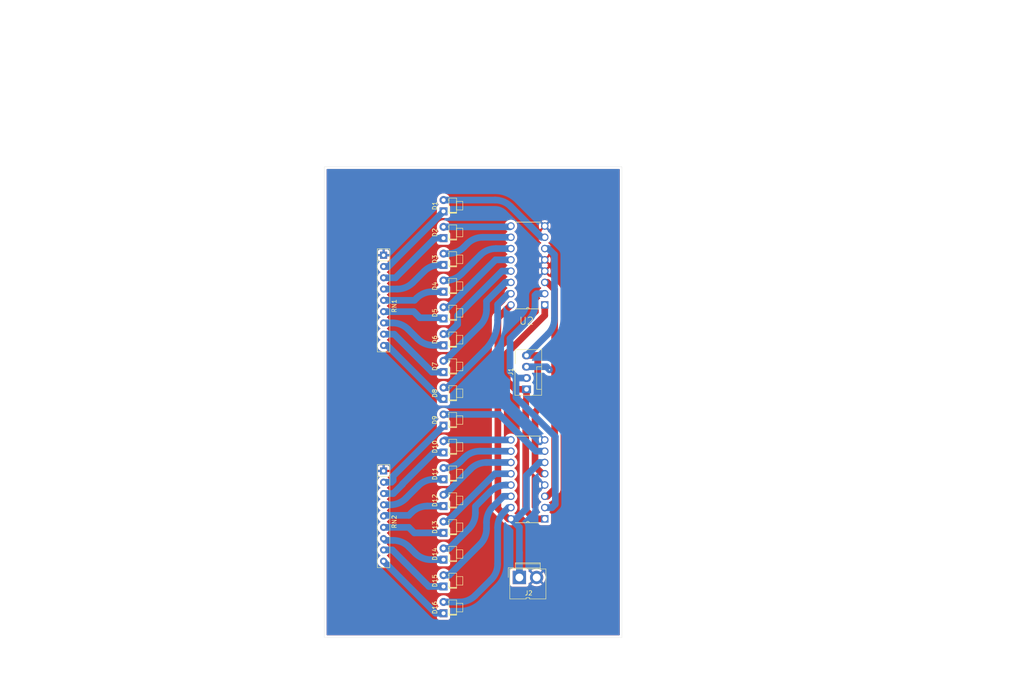
<source format=kicad_pcb>
(kicad_pcb (version 20240108) (generator "pcbnew") (generator_version "8.0")
  (layers (0 "F.Cu" signal) (31 "B.Cu" signal) (36 "B.SilkS" user "B.Silkscreen") (37 "F.SilkS" user "F.Silkscreen") (38 "B.Mask" user) (39 "F.Mask" user) (44 "Edge.Cuts" user))
  (net 0 "")
  (net 1 "Net-(D1-K)")
  (net 2 "Net-(D1-A)")
  (net 3 "Net-(D2-A)")
  (net 4 "Net-(D2-K)")
  (net 5 "Net-(D3-K)")
  (net 6 "Net-(D3-A)")
  (net 7 "Net-(D4-K)")
  (net 8 "Net-(D4-A)")
  (net 9 "Net-(D5-A)")
  (net 10 "Net-(D5-K)")
  (net 11 "Net-(D6-A)")
  (net 12 "Net-(D6-K)")
  (net 13 "Net-(D7-A)")
  (net 14 "Net-(D7-K)")
  (net 15 "Net-(D8-K)")
  (net 16 "Net-(D8-A)")
  (net 17 "Net-(D9-A)")
  (net 18 "Net-(D9-K)")
  (net 19 "Net-(D10-K)")
  (net 20 "Net-(D10-A)")
  (net 21 "Net-(D11-K)")
  (net 22 "Net-(D11-A)")
  (net 23 "Net-(D12-A)")
  (net 24 "Net-(D12-K)")
  (net 25 "Net-(D13-K)")
  (net 26 "Net-(D13-A)")
  (net 27 "Net-(D14-A)")
  (net 28 "Net-(D14-K)")
  (net 29 "Net-(D15-A)")
  (net 30 "Net-(D15-K)")
  (net 31 "Net-(D16-A)")
  (net 32 "Net-(D16-K)")
  (net 33 "Net-(J1-Pin_2)")
  (net 34 "Net-(J1-Pin_3)")
  (net 35 "Net-(J1-Pin_4)")
  (net 36 "Net-(J1-Pin_1)")
  (net 37 "GND")
  (net 38 "VCC")
  (footprint "LED_THT:LED_D1.8mm_W1.8mm_H2.4mm_Horizontal_O1.27mm_Z8.2mm" (layer "F.Cu") (at 144.325 113.8067 90)
    (property "Reference" "D9" (at 1.27 -1.96 90) (layer "F.SilkS"))
    (property "Value" "LED")
    (pad "1" thru_hole rect (at 0 0 90) (size 1.8 1.8) (drill 0.9) (layers "*.Cu" "*.Mask") (net 18 "Net-(D9-K)"))
    (pad "2" thru_hole circle (at 2.54 0 90) (size 1.8 1.8) (drill 0.9) (layers "*.Cu" "*.Mask") (net 17 "Net-(D9-A)"))
  )
  (footprint "LED_THT:LED_D1.8mm_W1.8mm_H2.4mm_Horizontal_O1.27mm_Z8.2mm" (layer "F.Cu") (at 144.325 83.64 90)
    (property "Reference" "D4" (at 1.27 -1.96 90) (layer "F.SilkS"))
    (property "Value" "LED")
    (pad "1" thru_hole rect (at 0 0 90) (size 1.8 1.8) (drill 0.9) (layers "*.Cu" "*.Mask") (net 7 "Net-(D4-K)"))
    (pad "2" thru_hole circle (at 2.54 0 90) (size 1.8 1.8) (drill 0.9) (layers "*.Cu" "*.Mask") (net 8 "Net-(D4-A)"))
  )
  (footprint "LED_THT:LED_D1.8mm_W1.8mm_H2.4mm_Horizontal_O1.27mm_Z8.2mm" (layer "F.Cu") (at 144.325 137.94 90)
    (property "Reference" "D13" (at 1.27 -1.96 90) (layer "F.SilkS"))
    (property "Value" "LED")
    (pad "1" thru_hole rect (at 0 0 90) (size 1.8 1.8) (drill 0.9) (layers "*.Cu" "*.Mask") (net 25 "Net-(D13-K)"))
    (pad "2" thru_hole circle (at 2.54 0 90) (size 1.8 1.8) (drill 0.9) (layers "*.Cu" "*.Mask") (net 26 "Net-(D13-A)"))
  )
  (footprint "LED_THT:LED_D1.8mm_W1.8mm_H2.4mm_Horizontal_O1.27mm_Z8.2mm" (layer "F.Cu") (at 144.325 131.9067 90)
    (property "Reference" "D12" (at 1.27 -1.96 90) (layer "F.SilkS"))
    (property "Value" "LED")
    (pad "1" thru_hole rect (at 0 0 90) (size 1.8 1.8) (drill 0.9) (layers "*.Cu" "*.Mask") (net 24 "Net-(D12-K)"))
    (pad "2" thru_hole circle (at 2.54 0 90) (size 1.8 1.8) (drill 0.9) (layers "*.Cu" "*.Mask") (net 23 "Net-(D12-A)"))
  )
  (footprint "LED_THT:LED_D1.8mm_W1.8mm_H2.4mm_Horizontal_O1.27mm_Z8.2mm" (layer "F.Cu") (at 144.325 156.04 90)
    (property "Reference" "D16" (at 1.27 -1.96 90) (layer "F.SilkS"))
    (property "Value" "LED")
    (pad "1" thru_hole rect (at 0 0 90) (size 1.8 1.8) (drill 0.9) (layers "*.Cu" "*.Mask") (net 32 "Net-(D16-K)"))
    (pad "2" thru_hole circle (at 2.54 0 90) (size 1.8 1.8) (drill 0.9) (layers "*.Cu" "*.Mask") (net 31 "Net-(D16-A)"))
  )
  (footprint "Connector:JWT_A3963_1x02_P3.96mm_Vertical" (layer "F.Cu") (at 161.4025 147.98)
    (property "Reference" "J2" (at 2.0975 3.52 180) (layer "F.SilkS"))
    (property "Value" "Conn_01x02_Pin")
    (pad "1" thru_hole rect (at 0 0) (size 3 3) (drill 1.75) (layers "*.Cu" "*.Mask") (net 38 "VCC"))
    (pad "2" thru_hole circle (at 3.88 0) (size 3 3) (drill 1.75) (layers "*.Cu" "*.Mask") (net 37 "GND"))
  )
  (footprint "LED_THT:LED_D1.8mm_W1.8mm_H2.4mm_Horizontal_O1.27mm_Z8.2mm" (layer "F.Cu") (at 144.325 89.6733 90)
    (property "Reference" "D5" (at 1.27 -1.96 90) (layer "F.SilkS"))
    (property "Value" "LED")
    (pad "1" thru_hole rect (at 0 0 90) (size 1.8 1.8) (drill 0.9) (layers "*.Cu" "*.Mask") (net 10 "Net-(D5-K)"))
    (pad "2" thru_hole circle (at 2.54 0 90) (size 1.8 1.8) (drill 0.9) (layers "*.Cu" "*.Mask") (net 9 "Net-(D5-A)"))
  )
  (footprint "LED_THT:LED_D1.8mm_W1.8mm_H2.4mm_Horizontal_O1.27mm_Z8.2mm" (layer "F.Cu") (at 144.325 119.84 90)
    (property "Reference" "D10" (at 1.27 -1.96 90) (layer "F.SilkS"))
    (property "Value" "LED")
    (pad "1" thru_hole rect (at 0 0 90) (size 1.8 1.8) (drill 0.9) (layers "*.Cu" "*.Mask") (net 19 "Net-(D10-K)"))
    (pad "2" thru_hole circle (at 2.54 0 90) (size 1.8 1.8) (drill 0.9) (layers "*.Cu" "*.Mask") (net 20 "Net-(D10-A)"))
  )
  (footprint "74HC238N:DIP254P762X420-16" (layer "F.Cu") (at 159.5 117.0067 180)
    (property "Reference" "U3" (hide yes))
    (property "Value" "74HC238N")
    (pad "1" thru_hole rect (at -7.62 -17.78 180) (size 1.6764 1.6764) (drill 1.1176) (layers "*.Cu" "*.Mask") (net 36 "Net-(J1-Pin_1)"))
    (pad "2" thru_hole circle (at -7.62 -15.24 180) (size 1.6764 1.6764) (drill 1.1176) (layers "*.Cu" "*.Mask") (net 33 "Net-(J1-Pin_2)"))
    (pad "3" thru_hole circle (at -7.62 -12.7 180) (size 1.6764 1.6764) (drill 1.1176) (layers "*.Cu" "*.Mask") (net 34 "Net-(J1-Pin_3)"))
    (pad "4" thru_hole circle (at -7.62 -10.16 180) (size 1.6764 1.6764) (drill 1.1176) (layers "*.Cu" "*.Mask") (net 37 "GND"))
    (pad "5" thru_hole circle (at -7.62 -7.62 180) (size 1.6764 1.6764) (drill 1.1176) (layers "*.Cu" "*.Mask") (net 35 "Net-(J1-Pin_4)"))
    (pad "6" thru_hole circle (at -7.62 -5.08 180) (size 1.6764 1.6764) (drill 1.1176) (layers "*.Cu" "*.Mask") (net 38 "VCC"))
    (pad "7" thru_hole circle (at -7.62 -2.54 180) (size 1.6764 1.6764) (drill 1.1176) (layers "*.Cu" "*.Mask") (net 17 "Net-(D9-A)"))
    (pad "8" thru_hole circle (at -7.62 0 180) (size 1.6764 1.6764) (drill 1.1176) (layers "*.Cu" "*.Mask") (net 37 "GND"))
    (pad "9" thru_hole circle (at 0 0 180) (size 1.6764 1.6764) (drill 1.1176) (layers "*.Cu" "*.Mask") (net 20 "Net-(D10-A)"))
    (pad "10" thru_hole circle (at 0 -2.54 180) (size 1.6764 1.6764) (drill 1.1176) (layers "*.Cu" "*.Mask") (net 22 "Net-(D11-A)"))
    (pad "11" thru_hole circle (at 0 -5.08 180) (size 1.6764 1.6764) (drill 1.1176) (layers "*.Cu" "*.Mask") (net 23 "Net-(D12-A)"))
    (pad "12" thru_hole circle (at 0 -7.62 180) (size 1.6764 1.6764) (drill 1.1176) (layers "*.Cu" "*.Mask") (net 26 "Net-(D13-A)"))
    (pad "13" thru_hole circle (at 0 -10.16 180) (size 1.6764 1.6764) (drill 1.1176) (layers "*.Cu" "*.Mask") (net 27 "Net-(D14-A)"))
    (pad "14" thru_hole circle (at 0 -12.7 180) (size 1.6764 1.6764) (drill 1.1176) (layers "*.Cu" "*.Mask") (net 29 "Net-(D15-A)"))
    (pad "15" thru_hole circle (at 0 -15.24 180) (size 1.6764 1.6764) (drill 1.1176) (layers "*.Cu" "*.Mask") (net 31 "Net-(D16-A)"))
    (pad "16" thru_hole circle (at 0 -17.78 180) (size 1.6764 1.6764) (drill 1.1176) (layers "*.Cu" "*.Mask") (net 38 "VCC"))
  )
  (footprint "LED_THT:LED_D1.8mm_W1.8mm_H2.4mm_Horizontal_O1.27mm_Z8.2mm" (layer "F.Cu") (at 144.325 143.9733 90)
    (property "Reference" "D14" (at 1.27 -1.96 90) (layer "F.SilkS"))
    (property "Value" "LED")
    (pad "1" thru_hole rect (at 0 0 90) (size 1.8 1.8) (drill 0.9) (layers "*.Cu" "*.Mask") (net 28 "Net-(D14-K)"))
    (pad "2" thru_hole circle (at 2.54 0 90) (size 1.8 1.8) (drill 0.9) (layers "*.Cu" "*.Mask") (net 27 "Net-(D14-A)"))
  )
  (footprint "LED_THT:LED_D1.8mm_W1.8mm_H2.4mm_Horizontal_O1.27mm_Z8.2mm" (layer "F.Cu") (at 144.325 95.7067 90)
    (property "Reference" "D6" (at 1.27 -1.96 90) (layer "F.SilkS"))
    (property "Value" "LED")
    (pad "1" thru_hole rect (at 0 0 90) (size 1.8 1.8) (drill 0.9) (layers "*.Cu" "*.Mask") (net 12 "Net-(D6-K)"))
    (pad "2" thru_hole circle (at 2.54 0 90) (size 1.8 1.8) (drill 0.9) (layers "*.Cu" "*.Mask") (net 11 "Net-(D6-A)"))
  )
  (footprint "Connector:FanPinHeader_1x04_P2.54mm_Vertical" (layer "F.Cu") (at 163.01 105.6133 90)
    (property "Reference" "J1" (at 4 -3.55 90) (layer "F.SilkS"))
    (property "Value" "Conn_01x04_Socket")
    (pad "" np_thru_hole circle (at 5.08 -2.16 180) (size 1.1 1.1) (drill 1.1) (layers "*.Cu" "*.Mask"))
    (pad "1" thru_hole rect (at 0 0 180) (size 2.03 1.73) (drill 1.02) (layers "*.Cu" "*.Mask") (net 36 "Net-(J1-Pin_1)"))
    (pad "2" thru_hole oval (at 2.54 0 180) (size 2.03 1.73) (drill 1.02) (layers "*.Cu" "*.Mask") (net 33 "Net-(J1-Pin_2)"))
    (pad "3" thru_hole oval (at 5.08 0 180) (size 2.03 1.73) (drill 1.02) (layers "*.Cu" "*.Mask") (net 34 "Net-(J1-Pin_3)"))
    (pad "4" thru_hole oval (at 7.62 0 180) (size 2.03 1.73) (drill 1.02) (layers "*.Cu" "*.Mask") (net 35 "Net-(J1-Pin_4)"))
  )
  (footprint "LED_THT:LED_D1.8mm_W1.8mm_H2.4mm_Horizontal_O1.27mm_Z8.2mm" (layer "F.Cu") (at 144.325 107.7733 90)
    (property "Reference" "D8" (at 1.27 -1.96 90) (layer "F.SilkS"))
    (property "Value" "LED")
    (pad "1" thru_hole rect (at 0 0 90) (size 1.8 1.8) (drill 0.9) (layers "*.Cu" "*.Mask") (net 15 "Net-(D8-K)"))
    (pad "2" thru_hole circle (at 2.54 0 90) (size 1.8 1.8) (drill 0.9) (layers "*.Cu" "*.Mask") (net 16 "Net-(D8-A)"))
  )
  (footprint "LED_THT:LED_D1.8mm_W1.8mm_H2.4mm_Horizontal_O1.27mm_Z8.2mm" (layer "F.Cu") (at 144.325 150.0066 90)
    (property "Reference" "D15" (at 1.27 -1.96 90) (layer "F.SilkS"))
    (property "Value" "LED")
    (pad "1" thru_hole rect (at 0 0 90) (size 1.8 1.8) (drill 0.9) (layers "*.Cu" "*.Mask") (net 30 "Net-(D15-K)"))
    (pad "2" thru_hole circle (at 2.54 0 90) (size 1.8 1.8) (drill 0.9) (layers "*.Cu" "*.Mask") (net 29 "Net-(D15-A)"))
  )
  (footprint "LED_THT:LED_D1.8mm_W1.8mm_H2.4mm_Horizontal_O1.27mm_Z8.2mm" (layer "F.Cu") (at 144.325 101.74 90)
    (property "Reference" "D7" (at 1.27 -1.96 90) (layer "F.SilkS"))
    (property "Value" "LED")
    (pad "1" thru_hole rect (at 0 0 90) (size 1.8 1.8) (drill 0.9) (layers "*.Cu" "*.Mask") (net 14 "Net-(D7-K)"))
    (pad "2" thru_hole circle (at 2.54 0 90) (size 1.8 1.8) (drill 0.9) (layers "*.Cu" "*.Mask") (net 13 "Net-(D7-A)"))
  )
  (footprint "LED_THT:LED_D1.8mm_W1.8mm_H2.4mm_Horizontal_O1.27mm_Z8.2mm" (layer "F.Cu") (at 144.325 77.6067 90)
    (property "Reference" "D3" (at 1.27 -1.96 90) (layer "F.SilkS"))
    (property "Value" "LED")
    (pad "1" thru_hole rect (at 0 0 90) (size 1.8 1.8) (drill 0.9) (layers "*.Cu" "*.Mask") (net 5 "Net-(D3-K)"))
    (pad "2" thru_hole circle (at 2.54 0 90) (size 1.8 1.8) (drill 0.9) (layers "*.Cu" "*.Mask") (net 6 "Net-(D3-A)"))
  )
  (footprint "LED_THT:LED_D1.8mm_W1.8mm_H2.4mm_Horizontal_O1.27mm_Z8.2mm" (layer "F.Cu") (at 144.325 125.8733 90)
    (property "Reference" "D11" (at 1.27 -1.96 90) (layer "F.SilkS"))
    (property "Value" "LED")
    (pad "1" thru_hole rect (at 0 0 90) (size 1.8 1.8) (drill 0.9) (layers "*.Cu" "*.Mask") (net 21 "Net-(D11-K)"))
    (pad "2" thru_hole circle (at 2.54 0 90) (size 1.8 1.8) (drill 0.9) (layers "*.Cu" "*.Mask") (net 22 "Net-(D11-A)"))
  )
  (footprint "LED_THT:LED_D1.8mm_W1.8mm_H2.4mm_Horizontal_O1.27mm_Z8.2mm" (layer "F.Cu") (at 144.325 71.5733 90)
    (property "Reference" "D2" (at 1.27 -1.96 90) (layer "F.SilkS"))
    (property "Value" "LED")
    (pad "1" thru_hole rect (at 0 0 90) (size 1.8 1.8) (drill 0.9) (layers "*.Cu" "*.Mask") (net 4 "Net-(D2-K)"))
    (pad "2" thru_hole circle (at 2.54 0 90) (size 1.8 1.8) (drill 0.9) (layers "*.Cu" "*.Mask") (net 3 "Net-(D2-A)"))
  )
  (footprint "74HC238N:DIP254P762X420-16" (layer "F.Cu") (at 159.5 68.84 180)
    (property "Reference" "U2" (at -3.5136 -21.39 0) (layer "F.SilkS") (effects (font (size 1.640866 1.640866))))
    (property "Value" "74HC238N")
    (pad "1" thru_hole rect (at -7.62 -17.78 180) (size 1.6764 1.6764) (drill 1.1176) (layers "*.Cu" "*.Mask") (net 36 "Net-(J1-Pin_1)"))
    (pad "2" thru_hole circle (at -7.62 -15.24 180) (size 1.6764 1.6764) (drill 1.1176) (layers "*.Cu" "*.Mask") (net 33 "Net-(J1-Pin_2)"))
    (pad "3" thru_hole circle (at -7.62 -12.7 180) (size 1.6764 1.6764) (drill 1.1176) (layers "*.Cu" "*.Mask") (net 34 "Net-(J1-Pin_3)"))
    (pad "4" thru_hole circle (at -7.62 -10.16 180) (size 1.6764 1.6764) (drill 1.1176) (layers "*.Cu" "*.Mask") (net 37 "GND"))
    (pad "5" thru_hole circle (at -7.62 -7.62 180) (size 1.6764 1.6764) (drill 1.1176) (layers "*.Cu" "*.Mask") (net 37 "GND"))
    (pad "6" thru_hole circle (at -7.62 -5.08 180) (size 1.6764 1.6764) (drill 1.1176) (layers "*.Cu" "*.Mask") (net 35 "Net-(J1-Pin_4)"))
    (pad "7" thru_hole circle (at -7.62 -2.54 180) (size 1.6764 1.6764) (drill 1.1176) (layers "*.Cu" "*.Mask") (net 2 "Net-(D1-A)"))
    (pad "8" thru_hole circle (at -7.62 0 180) (size 1.6764 1.6764) (drill 1.1176) (layers "*.Cu" "*.Mask") (net 37 "GND"))
    (pad "9" thru_hole circle (at 0 0 180) (size 1.6764 1.6764) (drill 1.1176) (layers "*.Cu" "*.Mask") (net 3 "Net-(D2-A)"))
    (pad "10" thru_hole circle (at 0 -2.54 180) (size 1.6764 1.6764) (drill 1.1176) (layers "*.Cu" "*.Mask") (net 6 "Net-(D3-A)"))
    (pad "11" thru_hole circle (at 0 -5.08 180) (size 1.6764 1.6764) (drill 1.1176) (layers "*.Cu" "*.Mask") (net 8 "Net-(D4-A)"))
    (pad "12" thru_hole circle (at 0 -7.62 180) (size 1.6764 1.6764) (drill 1.1176) (layers "*.Cu" "*.Mask") (net 9 "Net-(D5-A)"))
    (pad "13" thru_hole circle (at 0 -10.16 180) (size 1.6764 1.6764) (drill 1.1176) (layers "*.Cu" "*.Mask") (net 11 "Net-(D6-A)"))
    (pad "14" thru_hole circle (at 0 -12.7 180) (size 1.6764 1.6764) (drill 1.1176) (layers "*.Cu" "*.Mask") (net 13 "Net-(D7-A)"))
    (pad "15" thru_hole circle (at 0 -15.24 180) (size 1.6764 1.6764) (drill 1.1176) (layers "*.Cu" "*.Mask") (net 16 "Net-(D8-A)"))
    (pad "16" thru_hole circle (at 0 -17.78 180) (size 1.6764 1.6764) (drill 1.1176) (layers "*.Cu" "*.Mask") (net 38 "VCC"))
  )
  (footprint "Resistor_THT:R_Array_SIP9" (layer "F.Cu") (at 130.825 124 -90)
    (property "Reference" "RN2" (at 11.43 -2.4 90) (layer "F.SilkS"))
    (property "Value" "R_Network08")
    (pad "1" thru_hole rect (at 0 0 270) (size 1.6 1.6) (drill 0.8) (layers "*.Cu" "*.Mask") (net 37 "GND"))
    (pad "2" thru_hole oval (at 2.54 0 270) (size 1.6 1.6) (drill 0.8) (layers "*.Cu" "*.Mask") (net 18 "Net-(D9-K)"))
    (pad "3" thru_hole oval (at 5.08 0 270) (size 1.6 1.6) (drill 0.8) (layers "*.Cu" "*.Mask") (net 19 "Net-(D10-K)"))
    (pad "4" thru_hole oval (at 7.62 0 270) (size 1.6 1.6) (drill 0.8) (layers "*.Cu" "*.Mask") (net 21 "Net-(D11-K)"))
    (pad "5" thru_hole oval (at 10.16 0 270) (size 1.6 1.6) (drill 0.8) (layers "*.Cu" "*.Mask") (net 24 "Net-(D12-K)"))
    (pad "6" thru_hole oval (at 12.7 0 270) (size 1.6 1.6) (drill 0.8) (layers "*.Cu" "*.Mask") (net 25 "Net-(D13-K)"))
    (pad "7" thru_hole oval (at 15.24 0 270) (size 1.6 1.6) (drill 0.8) (layers "*.Cu" "*.Mask") (net 28 "Net-(D14-K)"))
    (pad "8" thru_hole oval (at 17.78 0 270) (size 1.6 1.6) (drill 0.8) (layers "*.Cu" "*.Mask") (net 30 "Net-(D15-K)"))
    (pad "9" thru_hole oval (at 20.32 0 270) (size 1.6 1.6) (drill 0.8) (layers "*.Cu" "*.Mask") (net 32 "Net-(D16-K)"))
  )
  (footprint "Resistor_THT:R_Array_SIP9" (layer "F.Cu") (at 130.825 75.42 -90)
    (property "Reference" "RN1" (at 11.43 -2.4 90) (layer "F.SilkS"))
    (property "Value" "R_Network08")
    (pad "1" thru_hole rect (at 0 0 270) (size 1.6 1.6) (drill 0.8) (layers "*.Cu" "*.Mask") (net 37 "GND"))
    (pad "2" thru_hole oval (at 2.54 0 270) (size 1.6 1.6) (drill 0.8) (layers "*.Cu" "*.Mask") (net 1 "Net-(D1-K)"))
    (pad "3" thru_hole oval (at 5.08 0 270) (size 1.6 1.6) (drill 0.8) (layers "*.Cu" "*.Mask") (net 4 "Net-(D2-K)"))
    (pad "4" thru_hole oval (at 7.62 0 270) (size 1.6 1.6) (drill 0.8) (layers "*.Cu" "*.Mask") (net 5 "Net-(D3-K)"))
    (pad "5" thru_hole oval (at 10.16 0 270) (size 1.6 1.6) (drill 0.8) (layers "*.Cu" "*.Mask") (net 7 "Net-(D4-K)"))
    (pad "6" thru_hole oval (at 12.7 0 270) (size 1.6 1.6) (drill 0.8) (layers "*.Cu" "*.Mask") (net 10 "Net-(D5-K)"))
    (pad "7" thru_hole oval (at 15.24 0 270) (size 1.6 1.6) (drill 0.8) (layers "*.Cu" "*.Mask") (net 12 "Net-(D6-K)"))
    (pad "8" thru_hole oval (at 17.78 0 270) (size 1.6 1.6) (drill 0.8) (layers "*.Cu" "*.Mask") (net 14 "Net-(D7-K)"))
    (pad "9" thru_hole oval (at 20.32 0 270) (size 1.6 1.6) (drill 0.8) (layers "*.Cu" "*.Mask") (net 15 "Net-(D8-K)"))
  )
  (footprint "LED_THT:LED_D1.8mm_W1.8mm_H2.4mm_Horizontal_O1.27mm_Z8.2mm" (layer "F.Cu") (at 144.325 65.54 90)
    (property "Reference" "D1" (at 1.27 -1.96 90) (layer "F.SilkS"))
    (property "Value" "LED")
    (pad "1" thru_hole rect (at 0 0 90) (size 1.8 1.8) (drill 0.9) (layers "*.Cu" "*.Mask") (net 1 "Net-(D1-K)"))
    (pad "2" thru_hole circle (at 2.54 0 90) (size 1.8 1.8) (drill 0.9) (layers "*.Cu" "*.Mask") (net 2 "Net-(D1-A)"))
  )
  (gr_rect (start 117.5 55.5) (end 184.5 161.5) (stroke (width 0.05)) (fill none) (layer "Edge.Cuts"))
  (segment (start 131.905 77.96) (end 130.825 77.96) (width 1.5) (layer "B.Cu") (net 1))
  (segment (start 144.325 65.54) (end 131.905 77.96) (width 1.5) (layer "B.Cu") (net 1))
  (segment (start 166.38 71.38) (end 167.12 71.38) (width 1.5) (layer "B.Cu") (net 2))
  (segment (start 144.325 63) (end 155.928932 63) (width 1.5) (layer "B.Cu") (net 2))
  (segment (start 159.464466 64.464466) (end 166.38 71.38) (width 1.5) (layer "B.Cu") (net 2))
  (arc (start 155.928932 63) (mid 157.842349 63.380602) (end 159.464466 64.464466) (width 1.5) (layer "B.Cu") (net 2))
  (segment (start 159.307 69.0333) (end 159.5 68.84) (width 1.5) (layer "B.Cu") (net 3))
  (segment (start 144.325 69.0333) (end 159.307 69.0333) (width 1.5) (layer "B.Cu") (net 3))
  (segment (start 142.427 71.5733) (end 133.5 80.5) (width 1.5) (layer "B.Cu") (net 4))
  (segment (start 144.325 71.5733) (end 142.427 71.5733) (width 1.5) (layer "B.Cu") (net 4))
  (segment (start 133.5 80.5) (end 130.825 80.5) (width 1.5) (layer "B.Cu") (net 4))
  (segment (start 133.888851 83.04) (end 130.825 83.04) (width 1.5) (layer "B.Cu") (net 5))
  (segment (start 139.928517 79.071263) (end 137.424483 81.575436) (width 1.5) (layer "B.Cu") (net 5))
  (segment (start 144.325 77.6067) (end 143.464149 77.6067) (width 1.5) (layer "B.Cu") (net 5))
  (arc (start 143.464149 77.6067) (mid 141.550668 77.987329) (end 139.928517 79.071263) (width 1.5) (layer "B.Cu") (net 5))
  (arc (start 133.888851 83.04) (mid 135.802332 82.659371) (end 137.424483 81.575436) (width 1.5) (layer "B.Cu") (net 5))
  (segment (start 153.190949 71.38) (end 159.5 71.38) (width 1.5) (layer "B.Cu") (net 6))
  (segment (start 144.325 75.0667) (end 145.362051 75.0667) (width 1.5) (layer "B.Cu") (net 6))
  (segment (start 148.897441 73.602378) (end 149.655559 72.844322) (width 1.5) (layer "B.Cu") (net 6))
  (arc (start 153.190949 71.38) (mid 151.277626 71.760563) (end 149.655559 72.844322) (width 1.5) (layer "B.Cu") (net 6))
  (arc (start 145.362051 75.0667) (mid 147.275374 74.686137) (end 148.897441 73.602378) (width 1.5) (layer "B.Cu") (net 6))
  (segment (start 138.251534 85.104466) (end 137.776 85.58) (width 1.5) (layer "B.Cu") (net 7))
  (segment (start 137.776 85.58) (end 130.825 85.58) (width 1.5) (layer "B.Cu") (net 7))
  (segment (start 144.325 83.64) (end 141.787068 83.64) (width 1.5) (layer "B.Cu") (net 7))
  (arc (start 138.251534 85.104466) (mid 139.873651 84.020602) (end 141.787068 83.64) (width 1.5) (layer "B.Cu") (net 7))
  (segment (start 156.151068 73.92) (end 159.5 73.92) (width 1.5) (layer "B.Cu") (net 8))
  (segment (start 144.325 81.1) (end 144.828932 81.1) (width 1.5) (layer "B.Cu") (net 8))
  (segment (start 148.364466 79.635534) (end 152.615534 75.384466) (width 1.5) (layer "B.Cu") (net 8))
  (arc (start 156.151068 73.92) (mid 154.237651 74.300602) (end 152.615534 75.384466) (width 1.5) (layer "B.Cu") (net 8))
  (arc (start 148.364466 79.635534) (mid 146.742349 80.719398) (end 144.828932 81.1) (width 1.5) (layer "B.Cu") (net 8))
  (segment (start 156.04 76.46) (end 159.5 76.46) (width 1.5) (layer "B.Cu") (net 9))
  (segment (start 145.367 87.1333) (end 156.04 76.46) (width 1.5) (layer "B.Cu") (net 9))
  (segment (start 144.325 87.1333) (end 145.367 87.1333) (width 1.5) (layer "B.Cu") (net 9))
  (segment (start 144.325 89.6733) (end 144.152 89.5) (width 1.5) (layer "B.Cu") (net 10))
  (segment (start 137.62 88.12) (end 130.825 88.12) (width 1.5) (layer "B.Cu") (net 10))
  (segment (start 144.152 89.5) (end 139 89.5) (width 1.5) (layer "B.Cu") (net 10))
  (segment (start 139 89.5) (end 137.62 88.12) (width 1.5) (layer "B.Cu") (net 10))
  (segment (start 157.5 79) (end 159.5 79) (width 1.5) (layer "B.Cu") (net 11))
  (segment (start 147.5 90.9983) (end 147.5 89) (width 1.5) (layer "B.Cu") (net 11))
  (segment (start 147.5 89) (end 157.5 79) (width 1.5) (layer "B.Cu") (net 11))
  (segment (start 145.3316 93.1667) (end 147.5 90.9983) (width 1.5) (layer "B.Cu") (net 11))
  (segment (start 144.325 93.1667) (end 145.3316 93.1667) (width 1.5) (layer "B.Cu") (net 11))
  (segment (start 132.840729 90.66) (end 130.825 90.66) (width 1.5) (layer "B.Cu") (net 12))
  (segment (start 144.325 95.7067) (end 142.029271 95.7067) (width 1.5) (layer "B.Cu") (net 12))
  (segment (start 138.493492 94.241989) (end 136.376508 92.124711) (width 1.5) (layer "B.Cu") (net 12))
  (arc (start 136.376508 92.124711) (mid 134.754306 91.040669) (end 132.840729 90.66) (width 1.5) (layer "B.Cu") (net 12))
  (arc (start 142.029271 95.7067) (mid 140.115694 95.326031) (end 138.493492 94.241989) (width 1.5) (layer "B.Cu") (net 12))
  (segment (start 158.237932 81.54) (end 159.5 81.54) (width 1.5) (layer "B.Cu") (net 13))
  (segment (start 144.55 99.2) (end 152.535534 91.214466) (width 1.5) (layer "B.Cu") (net 13))
  (segment (start 154 87.678932) (end 154 85.777932) (width 1.5) (layer "B.Cu") (net 13))
  (segment (start 144.325 99.2) (end 144.55 99.2) (width 1.5) (layer "B.Cu") (net 13))
  (segment (start 154 85.777932) (end 158.237932 81.54) (width 1.5) (layer "B.Cu") (net 13))
  (arc (start 152.535534 91.214466) (mid 153.619398 89.592349) (end 154 87.678932) (width 1.5) (layer "B.Cu") (net 13))
  (segment (start 141.74 101.74) (end 133.2 93.2) (width 1.5) (layer "B.Cu") (net 14))
  (segment (start 144.325 101.74) (end 141.74 101.74) (width 1.5) (layer "B.Cu") (net 14))
  (segment (start 133.2 93.2) (end 130.825 93.2) (width 1.5) (layer "B.Cu") (net 14))
  (segment (start 144.3247 107.773) (end 144.325 107.7733) (width 1.5) (layer "B.Cu") (net 15))
  (segment (start 143.683 107.773) (end 131.65 95.74) (width 1.5) (layer "B.Cu") (net 15))
  (segment (start 131.65 95.74) (end 130.825 95.74) (width 1.5) (layer "B.Cu") (net 15))
  (segment (start 144.325 107.773) (end 144.3247 107.773) (width 1.5) (layer "B.Cu") (net 15))
  (segment (start 144.3247 107.773) (end 143.683 107.773) (width 1.5) (layer "B.Cu") (net 15))
  (segment (start 144.3253 105.233) (end 144.325 105.2333) (width 1.5) (layer "B.Cu") (net 16))
  (segment (start 156.500013 86.524987) (end 158.945 84.08) (width 1.5) (layer "B.Cu") (net 16))
  (segment (start 156.499991 90.041514) (end 156.500013 86.524987) (width 1.5) (layer "B.Cu") (net 16))
  (segment (start 144.325 105.233) (end 144.3253 105.233) (width 1.5) (layer "B.Cu") (net 16))
  (segment (start 144.3253 105.233) (end 145.182 105.233) (width 1.5) (layer "B.Cu") (net 16))
  (segment (start 145.182 105.233) (end 153.760976 96.654024) (width 1.5) (layer "B.Cu") (net 16))
  (segment (start 158.945 84.08) (end 159.5 84.08) (width 1.5) (layer "B.Cu") (net 16))
  (arc (start 153.760976 96.654024) (mid 155.788133 93.620179) (end 156.499991 90.041514) (width 1.5) (layer "B.Cu") (net 16))
  (segment (start 167.1197 119.547) (end 167.12 119.547) (width 1.5) (layer "B.Cu") (net 17))
  (segment (start 144.3253 111.267) (end 156.855 111.267) (width 1.5) (layer "B.Cu") (net 17))
  (segment (start 167.1197 119.547) (end 167.12 119.5467) (width 1.5) (layer "B.Cu") (net 17))
  (segment (start 165.135 119.547) (end 167.1197 119.547) (width 1.5) (layer "B.Cu") (net 17))
  (segment (start 156.855 111.267) (end 165.135 119.547) (width 1.5) (layer "B.Cu") (net 17))
  (segment (start 144.325 111.267) (end 144.3253 111.267) (width 1.5) (layer "B.Cu") (net 17))
  (segment (start 144.3253 111.267) (end 144.325 111.2667) (width 1.5) (layer "B.Cu") (net 17))
  (segment (start 130.825 126.54) (end 132.585 126.54) (width 1.5) (layer "B.Cu") (net 18))
  (segment (start 132.975 126.15) (end 132.975 125.1567) (width 1.5) (layer "B.Cu") (net 18))
  (segment (start 132.975 125.1567) (end 144.325 113.8067) (width 1.5) (layer "B.Cu") (net 18))
  (segment (start 132.585 126.54) (end 132.975 126.15) (width 1.5) (layer "B.Cu") (net 18))
  (segment (start 130.825 129.08) (end 133.015 129.08) (width 1.5) (layer "B.Cu") (net 19))
  (segment (start 135.075 127.02) (end 135.075 126.925) (width 1.5) (layer "B.Cu") (net 19))
  (segment (start 142.16 119.84) (end 144.325 119.84) (width 1.5) (layer "B.Cu") (net 19))
  (segment (start 135.075 126.925) (end 142.16 119.84) (width 1.5) (layer "B.Cu") (net 19))
  (segment (start 133.015 129.08) (end 135.075 127.02) (width 1.5) (layer "B.Cu") (net 19))
  (segment (start 159.4997 117.007) (end 144.618 117.007) (width 1.5) (layer "B.Cu") (net 20))
  (segment (start 159.4997 117.007) (end 159.5 117.0067) (width 1.5) (layer "B.Cu") (net 20))
  (segment (start 144.618 117.007) (end 144.325 117.3) (width 1.5) (layer "B.Cu") (net 20))
  (segment (start 159.5 117.007) (end 159.4997 117.007) (width 1.5) (layer "B.Cu") (net 20))
  (segment (start 138.662534 127.337466) (end 135.844466 130.155534) (width 1.5) (layer "B.Cu") (net 21))
  (segment (start 144.3247 125.873) (end 142.198068 125.873) (width 1.5) (layer "B.Cu") (net 21))
  (segment (start 144.3247 125.873) (end 144.325 125.8733) (width 1.5) (layer "B.Cu") (net 21))
  (segment (start 144.325 125.873) (end 144.3247 125.873) (width 1.5) (layer "B.Cu") (net 21))
  (segment (start 132.308932 131.62) (end 130.825 131.62) (width 1.5) (layer "B.Cu") (net 21))
  (arc (start 132.308932 131.62) (mid 134.222349 131.239398) (end 135.844466 130.155534) (width 1.5) (layer "B.Cu") (net 21))
  (arc (start 142.198068 125.873) (mid 140.284651 126.253602) (end 138.662534 127.337466) (width 1.5) (layer "B.Cu") (net 21))
  (segment (start 144.595932 123.333) (end 144.3253 123.333) (width 1.5) (layer "B.Cu") (net 22))
  (segment (start 159.4997 119.547) (end 152.524068 119.547) (width 1.5) (layer "B.Cu") (net 22))
  (segment (start 159.5 119.547) (end 159.4997 119.547) (width 1.5) (layer "B.Cu") (net 22))
  (segment (start 148.988534 121.011466) (end 148.131466 121.868534) (width 1.5) (layer "B.Cu") (net 22))
  (segment (start 159.4997 119.547) (end 159.5 119.5467) (width 1.5) (layer "B.Cu") (net 22))
  (segment (start 144.3253 123.333) (end 144.325 123.3333) (width 1.5) (layer "B.Cu") (net 22))
  (segment (start 144.3253 123.333) (end 144.325 123.333) (width 1.5) (layer "B.Cu") (net 22))
  (arc (start 152.524068 119.547) (mid 150.610651 119.927602) (end 148.988534 121.011466) (width 1.5) (layer "B.Cu") (net 22))
  (arc (start 148.131466 121.868534) (mid 146.509349 122.952398) (end 144.595932 123.333) (width 1.5) (layer "B.Cu") (net 22))
  (segment (start 159.4997 122.087) (end 159.5 122.0867) (width 1.5) (layer "B.Cu") (net 23))
  (segment (start 144.3253 129.367) (end 144.325 129.367) (width 1.5) (layer "B.Cu") (net 23))
  (segment (start 150.448534 123.551466) (end 144.633 129.367) (width 1.5) (layer "B.Cu") (net 23))
  (segment (start 144.3253 129.367) (end 144.325 129.3667) (width 1.5) (layer "B.Cu") (net 23))
  (segment (start 159.5 122.087) (end 159.4997 122.087) (width 1.5) (layer "B.Cu") (net 23))
  (segment (start 159.4997 122.087) (end 153.984068 122.087) (width 1.5) (layer "B.Cu") (net 23))
  (segment (start 144.633 129.367) (end 144.3253 129.367) (width 1.5) (layer "B.Cu") (net 23))
  (arc (start 150.448534 123.551466) (mid 152.070651 122.467602) (end 153.984068 122.087) (width 1.5) (layer "B.Cu") (net 23))
  (segment (start 144.3247 131.907) (end 140.664068 131.907) (width 1.5) (layer "B.Cu") (net 24))
  (segment (start 130.985 134) (end 130.825 134.16) (width 1.5) (layer "B.Cu") (net 24))
  (segment (start 144.3247 131.907) (end 144.325 131.9067) (width 1.5) (layer "B.Cu") (net 24))
  (segment (start 136.5 134) (end 130.985 134) (width 1.5) (layer "B.Cu") (net 24))
  (segment (start 144.325 131.907) (end 144.3247 131.907) (width 1.5) (layer "B.Cu") (net 24))
  (segment (start 137.128534 133.371466) (end 136.5 134) (width 1.5) (layer "B.Cu") (net 24))
  (arc (start 137.128534 133.371466) (mid 138.750651 132.287602) (end 140.664068 131.907) (width 1.5) (layer "B.Cu") (net 24))
  (segment (start 137.74 137.94) (end 144.325 137.94) (width 1.5) (layer "B.Cu") (net 25))
  (segment (start 130.825 136.7) (end 136.5 136.7) (width 1.5) (layer "B.Cu") (net 25))
  (segment (start 136.5 136.7) (end 137.74 137.94) (width 1.5) (layer "B.Cu") (net 25))
  (segment (start 145.130152 135.4) (end 155.903152 124.627) (width 1.5) (layer "B.Cu") (net 26))
  (segment (start 159.4997 124.627) (end 159.5 124.627) (width 1.5) (layer "B.Cu") (net 26))
  (segment (start 144.325 135.4) (end 145.130152 135.4) (width 1.5) (layer "B.Cu") (net 26))
  (segment (start 155.903152 124.627) (end 159.4997 124.627) (width 1.5) (layer "B.Cu") (net 26))
  (segment (start 159.4997 124.627) (end 159.5 124.6267) (width 1.5) (layer "B.Cu") (net 26))
  (segment (start 159.4997 127.167) (end 159.5 127.167) (width 1.5) (layer "B.Cu") (net 27))
  (segment (start 144.3253 141.433) (end 144.325 141.4333) (width 1.5) (layer "B.Cu") (net 27))
  (segment (start 151.5 133.459932) (end 151.5 132) (width 1.5) (layer "B.Cu") (net 27))
  (segment (start 144.3253 141.433) (end 145.598 141.433) (width 1.5) (layer "B.Cu") (net 27))
  (segment (start 159.4997 127.167) (end 159.5 127.1667) (width 1.5) (layer "B.Cu") (net 27))
  (segment (start 151.5 132) (end 154.868534 128.631466) (width 1.5) (layer "B.Cu") (net 27))
  (segment (start 144.325 141.433) (end 144.3253 141.433) (width 1.5) (layer "B.Cu") (net 27))
  (segment (start 158.404068 127.167) (end 159.4997 127.167) (width 1.5) (layer "B.Cu") (net 27))
  (segment (start 145.598 141.433) (end 150.035534 136.995466) (width 1.5) (layer "B.Cu") (net 27))
  (arc (start 150.035534 136.995466) (mid 151.119398 135.373349) (end 151.5 133.459932) (width 1.5) (layer "B.Cu") (net 27))
  (arc (start 158.404068 127.167) (mid 156.490651 127.547602) (end 154.868534 128.631466) (width 1.5) (layer "B.Cu") (net 27))
  (segment (start 132.987932 139.63) (end 131.215 139.63) (width 1.5) (layer "B.Cu") (net 28))
  (segment (start 137.937534 142.508534) (end 136.523466 141.094466) (width 1.5) (layer "B.Cu") (net 28))
  (segment (start 144.3247 143.973) (end 141.473068 143.973) (width 1.5) (layer "B.Cu") (net 28))
  (segment (start 144.3247 143.973) (end 144.325 143.9733) (width 1.5) (layer "B.Cu") (net 28))
  (segment (start 131.215 139.63) (end 130.825 139.24) (width 1.5) (layer "B.Cu") (net 28))
  (segment (start 144.325 143.973) (end 144.3247 143.973) (width 1.5) (layer "B.Cu") (net 28))
  (arc (start 132.987932 139.63) (mid 134.901349 140.010602) (end 136.523466 141.094466) (width 1.5) (layer "B.Cu") (net 28))
  (arc (start 141.473068 143.973) (mid 139.559651 143.592398) (end 137.937534 142.508534) (width 1.5) (layer "B.Cu") (net 28))
  (segment (start 144.325 147.467) (end 144.3254 147.467) (width 1.5) (layer "B.Cu") (net 29))
  (segment (start 145.598 147.467) (end 152.535745 140.52843) (width 1.5) (layer "B.Cu") (net 29))
  (segment (start 154 136.993106) (end 154 135.571068) (width 1.5) (layer "B.Cu") (net 29))
  (segment (start 157.793 129.707) (end 159.4997 129.707) (width 1.5) (layer "B.Cu") (net 29))
  (segment (start 144.3254 147.467) (end 145.598 147.467) (width 1.5) (layer "B.Cu") (net 29))
  (segment (start 155.464466 132.035534) (end 157.793 129.707) (width 1.5) (layer "B.Cu") (net 29))
  (segment (start 159.4997 129.707) (end 159.5 129.707) (width 1.5) (layer "B.Cu") (net 29))
  (segment (start 144.3254 147.467) (end 144.325 147.4666) (width 1.5) (layer "B.Cu") (net 29))
  (segment (start 159.4997 129.707) (end 159.5 129.7067) (width 1.5) (layer "B.Cu") (net 29))
  (arc (start 152.535745 140.52843) (mid 153.619455 138.906386) (end 154 136.993106) (width 1.5) (layer "B.Cu") (net 29))
  (arc (start 154 135.571068) (mid 154.380602 133.657651) (end 155.464466 132.035534) (width 1.5) (layer "B.Cu") (net 29))
  (segment (start 144.3246 150.007) (end 141.007 150.007) (width 1.5) (layer "B.Cu") (net 30))
  (segment (start 144.3246 150.007) (end 144.325 150.0066) (width 1.5) (layer "B.Cu") (net 30))
  (segment (start 144.325 150.007) (end 144.3246 150.007) (width 1.5) (layer "B.Cu") (net 30))
  (segment (start 132.78 141.78) (end 130.825 141.78) (width 1.5) (layer "B.Cu") (net 30))
  (segment (start 141.007 150.007) (end 132.78 141.78) (width 1.5) (layer "B.Cu") (net 30))
  (segment (start 159.5 132.247) (end 159.4997 132.247) (width 1.5) (layer "B.Cu") (net 31))
  (segment (start 159.4997 132.247) (end 159.5 132.2467) (width 1.5) (layer "B.Cu") (net 31))
  (segment (start 155.035534 148.464466) (end 151.464466 152.035534) (width 1.5) (layer "B.Cu") (net 31))
  (segment (start 147.928932 153.5) (end 144.325 153.5) (width 1.5) (layer "B.Cu") (net 31))
  (segment (start 158.945 132.247) (end 157.964466 133.227534) (width 1.5) (layer "B.Cu") (net 31))
  (segment (start 156.5 136.763068) (end 156.5 144.928932) (width 1.5) (layer "B.Cu") (net 31))
  (segment (start 159.4997 132.247) (end 158.945 132.247) (width 1.5) (layer "B.Cu") (net 31))
  (arc (start 157.964466 133.227534) (mid 156.880602 134.849651) (end 156.5 136.763068) (width 1.5) (layer "B.Cu") (net 31))
  (arc (start 147.928932 153.5) (mid 149.842349 153.119398) (end 151.464466 152.035534) (width 1.5) (layer "B.Cu") (net 31))
  (arc (start 156.5 144.928932) (mid 156.119398 146.842349) (end 155.035534 148.464466) (width 1.5) (layer "B.Cu") (net 31))
  (segment (start 144.325 156.04) (end 142.545 156.04) (width 1.5) (layer "B.Cu") (net 32))
  (segment (start 142.545 156.04) (end 130.825 144.32) (width 1.5) (layer "B.Cu") (net 32))
  (segment (start 167.1203 132.247) (end 167.12 132.247) (width 1.5) (layer "B.Cu") (net 33))
  (segment (start 168.753 132.247) (end 167.1203 132.247) (width 1.5) (layer "B.Cu") (net 33))
  (segment (start 169.5 131.5) (end 168.753 132.247) (width 1.5) (layer "B.Cu") (net 33))
  (segment (start 160.645 103.223) (end 160.645 107.437) (width 1.5) (layer "B.Cu") (net 33))
  (segment (start 163.0097 103.073) (end 160.795 103.073) (width 1.5) (layer "B.Cu") (net 33))
  (segment (start 160.795 103.073) (end 159.3 101.578) (width 1.5) (layer "B.Cu") (net 33))
  (segment (start 160.795 103.073) (end 160.645 103.223) (width 1.5) (layer "B.Cu") (net 33))
  (segment (start 159.3 101.578) (end 159.3 94.2) (width 1.5) (layer "B.Cu") (net 33))
  (segment (start 164.932 84.4318) (end 165.284 84.08) (width 1.5) (layer "B.Cu") (net 33))
  (segment (start 160.645 107.437) (end 169.5 116.292) (width 1.5) (layer "B.Cu") (net 33))
  (segment (start 165.284 84.08) (end 167.12 84.08) (width 1.5) (layer "B.Cu") (net 33))
  (segment (start 164.932 86.49708) (end 164.932 84.4318) (width 1.5) (layer "B.Cu") (net 33))
  (segment (start 167.1203 132.247) (end 167.12 132.2467) (width 1.5) (layer "B.Cu") (net 33))
  (segment (start 163.0097 103.073) (end 163.01 103.0733) (width 1.5) (layer "B.Cu") (net 33))
  (segment (start 159.3 94.2) (end 163.467471 90.032677) (width 1.5) (layer "B.Cu") (net 33))
  (segment (start 169.5 116.292) (end 169.5 131.5) (width 1.5) (layer "B.Cu") (net 33))
  (segment (start 163.01 103.073) (end 163.0097 103.073) (width 1.5) (layer "B.Cu") (net 33))
  (arc (start 164.932 86.49708) (mid 164.551381 88.410538) (end 163.467471 90.032677) (width 1.5) (layer "B.Cu") (net 33))
  (segment (start 169.3364 101.2247) (end 169.3364 83.158) (width 1.5) (layer "F.Cu") (net 34))
  (segment (start 167.12 129.7067) (end 167.6877 129.7067) (width 1.5) (layer "F.Cu") (net 34))
  (segment (start 169.3364 101.2247) (end 168.1865 101.2247) (width 1.5) (layer "F.Cu") (net 34))
  (segment (start 167.6877 129.7067) (end 169.3364 128.058) (width 1.5) (layer "F.Cu") (net 34))
  (segment (start 167.7184 81.54) (end 167.12 81.54) (width 1.5) (layer "F.Cu") (net 34))
  (segment (start 169.3364 83.158) (end 167.7184 81.54) (width 1.5) (layer "F.Cu") (net 34))
  (segment (start 169.3364 128.058) (end 169.3364 101.2247) (width 1.5) (layer "F.Cu") (net 34))
  (via (at 168.1865 101.2247) (size 0.6) (drill 0.3) (layers "F.Cu" "B.Cu") (net 34))
  (segment (start 168.1865 101.2247) (end 167.4951 100.5333) (width 1.5) (layer "B.Cu") (net 34))
  (segment (start 167.4951 100.5333) (end 163.01 100.5333) (width 1.5) (layer "B.Cu") (net 34))
  (segment (start 164.9294 122.9943) (end 164.9294 110.7674) (width 1.5) (layer "F.Cu") (net 35))
  (segment (start 164.9294 110.7674) (end 165.525 110.1718) (width 1.5) (layer "F.Cu") (net 35))
  (segment (start 166.5618 124.6267) (end 164.9294 122.9943) (width 1.5) (layer "F.Cu") (net 35))
  (segment (start 167.12 124.6267) (end 166.5618 124.6267) (width 1.5) (layer "F.Cu") (net 35))
  (segment (start 163.01 97.9933) (end 165.525 97.9933) (width 1.5) (layer "F.Cu") (net 35))
  (segment (start 165.525 110.1718) (end 165.525 97.9933) (width 1.5) (layer "F.Cu") (net 35))
  (segment (start 167.84359 93.159557) (end 163.01 97.9933) (width 1.5) (layer "B.Cu") (net 35))
  (segment (start 167.12 73.92) (end 167.92 73.92) (width 1.5) (layer "B.Cu") (net 35))
  (segment (start 169.308 75.3082) (end 169.308 89.624079) (width 1.5) (layer "B.Cu") (net 35))
  (segment (start 167.92 73.92) (end 169.308 75.3082) (width 1.5) (layer "B.Cu") (net 35))
  (arc (start 167.84359 93.159557) (mid 168.927413 91.53746) (end 169.308 89.624079) (width 1.5) (layer "B.Cu") (net 35))
  (segment (start 162.8277 108.1606) (end 163.01 107.9783) (width 1.5) (layer "F.Cu") (net 36))
  (segment (start 158.6851 97.3931) (end 158.6851 103.8034) (width 1.5) (layer "F.Cu") (net 36))
  (segment (start 167.12 86.62) (end 167.12 88.9582) (width 1.5) (layer "F.Cu") (net 36))
  (segment (start 164.7818 134.7867) (end 162.8277 132.8326) (width 1.5) (layer "F.Cu") (net 36))
  (segment (start 167.12 88.9582) (end 158.6851 97.3931) (width 1.5) (layer "F.Cu") (net 36))
  (segment (start 158.6851 103.8034) (end 160.495 105.6133) (width 1.5) (layer "F.Cu") (net 36))
  (segment (start 163.01 105.6133) (end 163.01 107.9783) (width 1.5) (layer "F.Cu") (net 36))
  (segment (start 163.01 105.6133) (end 160.495 105.6133) (width 1.5) (layer "F.Cu") (net 36))
  (segment (start 162.8277 132.8326) (end 162.8277 108.1606) (width 1.5) (layer "F.Cu") (net 36))
  (segment (start 167.12 134.7867) (end 164.7818 134.7867) (width 1.5) (layer "F.Cu") (net 36))
  (segment (start 156.5626 132.4301) (end 158.9192 134.7867) (width 1.5) (layer "F.Cu") (net 38))
  (segment (start 158.9192 134.7867) (end 159.5 134.7867) (width 1.5) (layer "F.Cu") (net 38))
  (segment (start 159.5 86.62) (end 156.5626 89.5574) (width 1.5) (layer "F.Cu") (net 38))
  (segment (start 156.5626 89.5574) (end 156.5626 132.4301) (width 1.5) (layer "F.Cu") (net 38))
  (segment (start 160.685 134.787) (end 163 132.472) (width 1.5) (layer "B.Cu") (net 38))
  (segment (start 167.1197 122.087) (end 167.12 122.087) (width 1.5) (layer "B.Cu") (net 38))
  (segment (start 159.5 134.787) (end 160.685 134.787) (width 1.5) (layer "B.Cu") (net 38))
  (segment (start 163 132.472) (end 163 125.021) (width 1.5) (layer "B.Cu") (net 38))
  (segment (start 161.402 147.98) (end 161.402 142.3345) (width 1.5) (layer "B.Cu") (net 38))
  (segment (start 167.1197 122.087) (end 167.12 122.0867) (width 1.5) (layer "B.Cu") (net 38))
  (segment (start 161.402 142.3345) (end 161.402 136.689) (width 1.5) (layer "B.Cu") (net 38))
  (segment (start 163 125.021) (end 165.935 122.087) (width 1.5) (layer "B.Cu") (net 38))
  (segment (start 165.935 122.087) (end 167.1197 122.087) (width 1.5) (layer "B.Cu") (net 38))
  (segment (start 159.5 134.787) (end 159.5 134.7867) (width 1.5) (layer "B.Cu") (net 38))
  (segment (start 161.402 136.689) (end 159.5 134.787) (width 1.5) (layer "B.Cu") (net 38))
  (segment (start 161.402 142.3345) (end 161.4025 142.335) (width 1.5) (layer "B.Cu") (net 38))
  (segment (start 161.4025 142.335) (end 161.4025 147.98) (width 1.5) (layer "B.Cu") (net 38))
  (zone (net 37) (net_name "GND") (layer "F.Cu") (connect_pads (clearance 0.5)) (min_thickness 0.25) (fill yes (thermal_gap 0.5) (thermal_bridge_width 0.5))
    (polygon (pts (xy 117.5 55.5) (xy 184.5 55.5) (xy 184.5 161.5) (xy 117.5 161.5)))
  )
  (zone (net 37) (net_name "GND") (layer "B.Cu") (priority 1) (connect_pads (clearance 0.5)) (min_thickness 0.25) (fill yes (thermal_gap 0.5) (thermal_bridge_width 0.5))
    (polygon (pts (xy 117.5 55.5) (xy 184.5 55.5) (xy 184.5 161.5) (xy 117.5 161.5)))
  )
)
</source>
